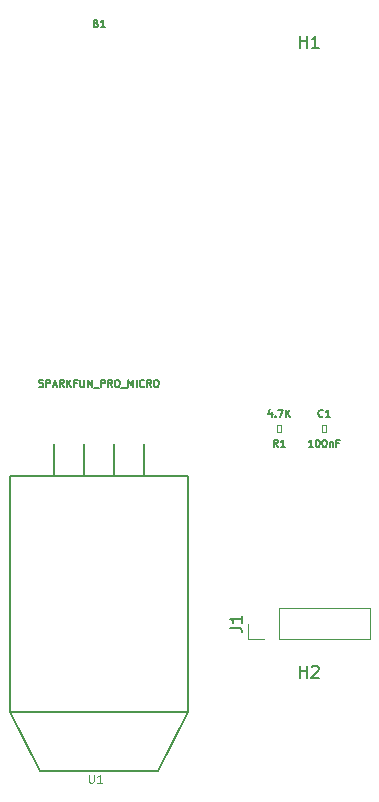
<source format=gbr>
G04 #@! TF.GenerationSoftware,KiCad,Pcbnew,(5.1.6)-1*
G04 #@! TF.CreationDate,2020-06-05T20:48:39-07:00*
G04 #@! TF.ProjectId,USBT,55534254-2e6b-4696-9361-645f70636258,rev?*
G04 #@! TF.SameCoordinates,Original*
G04 #@! TF.FileFunction,Legend,Top*
G04 #@! TF.FilePolarity,Positive*
%FSLAX46Y46*%
G04 Gerber Fmt 4.6, Leading zero omitted, Abs format (unit mm)*
G04 Created by KiCad (PCBNEW (5.1.6)-1) date 2020-06-05 20:48:39*
%MOMM*%
%LPD*%
G01*
G04 APERTURE LIST*
%ADD10C,0.127000*%
%ADD11C,0.066040*%
%ADD12C,0.120000*%
%ADD13C,0.150000*%
%ADD14C,0.015000*%
G04 APERTURE END LIST*
D10*
G04 #@! TO.C,U1*
X68510000Y-93820000D02*
X53410000Y-93820000D01*
X53410000Y-93820000D02*
X53410000Y-73820000D01*
X53410000Y-73820000D02*
X57150000Y-73820000D01*
X57150000Y-73820000D02*
X59690000Y-73820000D01*
X59690000Y-73820000D02*
X62230000Y-73820000D01*
X62230000Y-73820000D02*
X64770000Y-73820000D01*
X64770000Y-73820000D02*
X68510000Y-73820000D01*
X68510000Y-73820000D02*
X68510000Y-93820000D01*
X65960000Y-98820000D02*
X55960000Y-98820000D01*
X68510000Y-93820000D02*
X65960000Y-98820000D01*
X55960000Y-98820000D02*
X53410000Y-93820000D01*
X64770000Y-71120000D02*
X64770000Y-73820000D01*
X62230000Y-71120000D02*
X62230000Y-73820000D01*
X59690000Y-71120000D02*
X59690000Y-73820000D01*
X57150000Y-71120000D02*
X57150000Y-73820000D01*
D11*
G04 #@! TO.C,R1*
X76398120Y-69550280D02*
X76001880Y-69550280D01*
X76001880Y-69550280D02*
X76001880Y-70149720D01*
X76398120Y-70149720D02*
X76001880Y-70149720D01*
X76398120Y-69550280D02*
X76398120Y-70149720D01*
D12*
G04 #@! TO.C,J1*
X83880000Y-87690000D02*
X83880000Y-85030000D01*
X76200000Y-87690000D02*
X83880000Y-87690000D01*
X76200000Y-85030000D02*
X83880000Y-85030000D01*
X76200000Y-87690000D02*
X76200000Y-85030000D01*
X74930000Y-87690000D02*
X73600000Y-87690000D01*
X73600000Y-87690000D02*
X73600000Y-86360000D01*
D11*
G04 #@! TO.C,C1*
X79811880Y-70149720D02*
X80208120Y-70149720D01*
X80208120Y-70149720D02*
X80208120Y-69550280D01*
X79811880Y-69550280D02*
X80208120Y-69550280D01*
X79811880Y-70149720D02*
X79811880Y-69550280D01*
G04 #@! TO.C,H2*
D13*
X77978095Y-90932380D02*
X77978095Y-89932380D01*
X77978095Y-90408571D02*
X78549523Y-90408571D01*
X78549523Y-90932380D02*
X78549523Y-89932380D01*
X78978095Y-90027619D02*
X79025714Y-89980000D01*
X79120952Y-89932380D01*
X79359047Y-89932380D01*
X79454285Y-89980000D01*
X79501904Y-90027619D01*
X79549523Y-90122857D01*
X79549523Y-90218095D01*
X79501904Y-90360952D01*
X78930476Y-90932380D01*
X79549523Y-90932380D01*
G04 #@! TO.C,U1*
D14*
X60108343Y-99135925D02*
X60108343Y-99703137D01*
X60141708Y-99769868D01*
X60175074Y-99803234D01*
X60241804Y-99836599D01*
X60375266Y-99836599D01*
X60441997Y-99803234D01*
X60475362Y-99769868D01*
X60508728Y-99703137D01*
X60508728Y-99135925D01*
X61209402Y-99836599D02*
X60809017Y-99836599D01*
X61009209Y-99836599D02*
X61009209Y-99135925D01*
X60942478Y-99236021D01*
X60875748Y-99302752D01*
X60809017Y-99336118D01*
G04 #@! TO.C,B1*
D10*
X60713257Y-35516457D02*
X60800342Y-35545485D01*
X60829371Y-35574514D01*
X60858400Y-35632571D01*
X60858400Y-35719657D01*
X60829371Y-35777714D01*
X60800342Y-35806742D01*
X60742285Y-35835771D01*
X60510057Y-35835771D01*
X60510057Y-35226171D01*
X60713257Y-35226171D01*
X60771314Y-35255200D01*
X60800342Y-35284228D01*
X60829371Y-35342285D01*
X60829371Y-35400342D01*
X60800342Y-35458400D01*
X60771314Y-35487428D01*
X60713257Y-35516457D01*
X60510057Y-35516457D01*
X61438971Y-35835771D02*
X61090628Y-35835771D01*
X61264800Y-35835771D02*
X61264800Y-35226171D01*
X61206742Y-35313257D01*
X61148685Y-35371314D01*
X61090628Y-35400342D01*
X55894514Y-66286742D02*
X55981600Y-66315771D01*
X56126742Y-66315771D01*
X56184800Y-66286742D01*
X56213828Y-66257714D01*
X56242857Y-66199657D01*
X56242857Y-66141600D01*
X56213828Y-66083542D01*
X56184800Y-66054514D01*
X56126742Y-66025485D01*
X56010628Y-65996457D01*
X55952571Y-65967428D01*
X55923542Y-65938400D01*
X55894514Y-65880342D01*
X55894514Y-65822285D01*
X55923542Y-65764228D01*
X55952571Y-65735200D01*
X56010628Y-65706171D01*
X56155771Y-65706171D01*
X56242857Y-65735200D01*
X56504114Y-66315771D02*
X56504114Y-65706171D01*
X56736342Y-65706171D01*
X56794400Y-65735200D01*
X56823428Y-65764228D01*
X56852457Y-65822285D01*
X56852457Y-65909371D01*
X56823428Y-65967428D01*
X56794400Y-65996457D01*
X56736342Y-66025485D01*
X56504114Y-66025485D01*
X57084685Y-66141600D02*
X57374971Y-66141600D01*
X57026628Y-66315771D02*
X57229828Y-65706171D01*
X57433028Y-66315771D01*
X57984571Y-66315771D02*
X57781371Y-66025485D01*
X57636228Y-66315771D02*
X57636228Y-65706171D01*
X57868457Y-65706171D01*
X57926514Y-65735200D01*
X57955542Y-65764228D01*
X57984571Y-65822285D01*
X57984571Y-65909371D01*
X57955542Y-65967428D01*
X57926514Y-65996457D01*
X57868457Y-66025485D01*
X57636228Y-66025485D01*
X58245828Y-66315771D02*
X58245828Y-65706171D01*
X58594171Y-66315771D02*
X58332914Y-65967428D01*
X58594171Y-65706171D02*
X58245828Y-66054514D01*
X59058628Y-65996457D02*
X58855428Y-65996457D01*
X58855428Y-66315771D02*
X58855428Y-65706171D01*
X59145714Y-65706171D01*
X59377942Y-65706171D02*
X59377942Y-66199657D01*
X59406971Y-66257714D01*
X59436000Y-66286742D01*
X59494057Y-66315771D01*
X59610171Y-66315771D01*
X59668228Y-66286742D01*
X59697257Y-66257714D01*
X59726285Y-66199657D01*
X59726285Y-65706171D01*
X60016571Y-66315771D02*
X60016571Y-65706171D01*
X60364914Y-66315771D01*
X60364914Y-65706171D01*
X60510057Y-66373828D02*
X60974514Y-66373828D01*
X61119657Y-66315771D02*
X61119657Y-65706171D01*
X61351885Y-65706171D01*
X61409942Y-65735200D01*
X61438971Y-65764228D01*
X61468000Y-65822285D01*
X61468000Y-65909371D01*
X61438971Y-65967428D01*
X61409942Y-65996457D01*
X61351885Y-66025485D01*
X61119657Y-66025485D01*
X62077600Y-66315771D02*
X61874400Y-66025485D01*
X61729257Y-66315771D02*
X61729257Y-65706171D01*
X61961485Y-65706171D01*
X62019542Y-65735200D01*
X62048571Y-65764228D01*
X62077600Y-65822285D01*
X62077600Y-65909371D01*
X62048571Y-65967428D01*
X62019542Y-65996457D01*
X61961485Y-66025485D01*
X61729257Y-66025485D01*
X62454971Y-65706171D02*
X62571085Y-65706171D01*
X62629142Y-65735200D01*
X62687200Y-65793257D01*
X62716228Y-65909371D01*
X62716228Y-66112571D01*
X62687200Y-66228685D01*
X62629142Y-66286742D01*
X62571085Y-66315771D01*
X62454971Y-66315771D01*
X62396914Y-66286742D01*
X62338857Y-66228685D01*
X62309828Y-66112571D01*
X62309828Y-65909371D01*
X62338857Y-65793257D01*
X62396914Y-65735200D01*
X62454971Y-65706171D01*
X62832342Y-66373828D02*
X63296800Y-66373828D01*
X63441942Y-66315771D02*
X63441942Y-65706171D01*
X63645142Y-66141600D01*
X63848342Y-65706171D01*
X63848342Y-66315771D01*
X64138628Y-66315771D02*
X64138628Y-65706171D01*
X64777257Y-66257714D02*
X64748228Y-66286742D01*
X64661142Y-66315771D01*
X64603085Y-66315771D01*
X64516000Y-66286742D01*
X64457942Y-66228685D01*
X64428914Y-66170628D01*
X64399885Y-66054514D01*
X64399885Y-65967428D01*
X64428914Y-65851314D01*
X64457942Y-65793257D01*
X64516000Y-65735200D01*
X64603085Y-65706171D01*
X64661142Y-65706171D01*
X64748228Y-65735200D01*
X64777257Y-65764228D01*
X65386857Y-66315771D02*
X65183657Y-66025485D01*
X65038514Y-66315771D02*
X65038514Y-65706171D01*
X65270742Y-65706171D01*
X65328800Y-65735200D01*
X65357828Y-65764228D01*
X65386857Y-65822285D01*
X65386857Y-65909371D01*
X65357828Y-65967428D01*
X65328800Y-65996457D01*
X65270742Y-66025485D01*
X65038514Y-66025485D01*
X65764228Y-65706171D02*
X65880342Y-65706171D01*
X65938400Y-65735200D01*
X65996457Y-65793257D01*
X66025485Y-65909371D01*
X66025485Y-66112571D01*
X65996457Y-66228685D01*
X65938400Y-66286742D01*
X65880342Y-66315771D01*
X65764228Y-66315771D01*
X65706171Y-66286742D01*
X65648114Y-66228685D01*
X65619085Y-66112571D01*
X65619085Y-65909371D01*
X65648114Y-65793257D01*
X65706171Y-65735200D01*
X65764228Y-65706171D01*
G04 #@! TO.C,R1*
X76098400Y-71395771D02*
X75895200Y-71105485D01*
X75750057Y-71395771D02*
X75750057Y-70786171D01*
X75982285Y-70786171D01*
X76040342Y-70815200D01*
X76069371Y-70844228D01*
X76098400Y-70902285D01*
X76098400Y-70989371D01*
X76069371Y-71047428D01*
X76040342Y-71076457D01*
X75982285Y-71105485D01*
X75750057Y-71105485D01*
X76678971Y-71395771D02*
X76330628Y-71395771D01*
X76504800Y-71395771D02*
X76504800Y-70786171D01*
X76446742Y-70873257D01*
X76388685Y-70931314D01*
X76330628Y-70960342D01*
X75575885Y-68449371D02*
X75575885Y-68855771D01*
X75430742Y-68217142D02*
X75285600Y-68652571D01*
X75662971Y-68652571D01*
X75895200Y-68797714D02*
X75924228Y-68826742D01*
X75895200Y-68855771D01*
X75866171Y-68826742D01*
X75895200Y-68797714D01*
X75895200Y-68855771D01*
X76127428Y-68246171D02*
X76533828Y-68246171D01*
X76272571Y-68855771D01*
X76766057Y-68855771D02*
X76766057Y-68246171D01*
X77114400Y-68855771D02*
X76853142Y-68507428D01*
X77114400Y-68246171D02*
X76766057Y-68594514D01*
G04 #@! TO.C,J1*
D13*
X72052380Y-86693333D02*
X72766666Y-86693333D01*
X72909523Y-86740952D01*
X73004761Y-86836190D01*
X73052380Y-86979047D01*
X73052380Y-87074285D01*
X73052380Y-85693333D02*
X73052380Y-86264761D01*
X73052380Y-85979047D02*
X72052380Y-85979047D01*
X72195238Y-86074285D01*
X72290476Y-86169523D01*
X72338095Y-86264761D01*
G04 #@! TO.C,C1*
D10*
X79908400Y-68797714D02*
X79879371Y-68826742D01*
X79792285Y-68855771D01*
X79734228Y-68855771D01*
X79647142Y-68826742D01*
X79589085Y-68768685D01*
X79560057Y-68710628D01*
X79531028Y-68594514D01*
X79531028Y-68507428D01*
X79560057Y-68391314D01*
X79589085Y-68333257D01*
X79647142Y-68275200D01*
X79734228Y-68246171D01*
X79792285Y-68246171D01*
X79879371Y-68275200D01*
X79908400Y-68304228D01*
X80488971Y-68855771D02*
X80140628Y-68855771D01*
X80314800Y-68855771D02*
X80314800Y-68246171D01*
X80256742Y-68333257D01*
X80198685Y-68391314D01*
X80140628Y-68420342D01*
X79066571Y-71395771D02*
X78718228Y-71395771D01*
X78892400Y-71395771D02*
X78892400Y-70786171D01*
X78834342Y-70873257D01*
X78776285Y-70931314D01*
X78718228Y-70960342D01*
X79443942Y-70786171D02*
X79502000Y-70786171D01*
X79560057Y-70815200D01*
X79589085Y-70844228D01*
X79618114Y-70902285D01*
X79647142Y-71018400D01*
X79647142Y-71163542D01*
X79618114Y-71279657D01*
X79589085Y-71337714D01*
X79560057Y-71366742D01*
X79502000Y-71395771D01*
X79443942Y-71395771D01*
X79385885Y-71366742D01*
X79356857Y-71337714D01*
X79327828Y-71279657D01*
X79298800Y-71163542D01*
X79298800Y-71018400D01*
X79327828Y-70902285D01*
X79356857Y-70844228D01*
X79385885Y-70815200D01*
X79443942Y-70786171D01*
X80024514Y-70786171D02*
X80082571Y-70786171D01*
X80140628Y-70815200D01*
X80169657Y-70844228D01*
X80198685Y-70902285D01*
X80227714Y-71018400D01*
X80227714Y-71163542D01*
X80198685Y-71279657D01*
X80169657Y-71337714D01*
X80140628Y-71366742D01*
X80082571Y-71395771D01*
X80024514Y-71395771D01*
X79966457Y-71366742D01*
X79937428Y-71337714D01*
X79908400Y-71279657D01*
X79879371Y-71163542D01*
X79879371Y-71018400D01*
X79908400Y-70902285D01*
X79937428Y-70844228D01*
X79966457Y-70815200D01*
X80024514Y-70786171D01*
X80488971Y-70989371D02*
X80488971Y-71395771D01*
X80488971Y-71047428D02*
X80518000Y-71018400D01*
X80576057Y-70989371D01*
X80663142Y-70989371D01*
X80721200Y-71018400D01*
X80750228Y-71076457D01*
X80750228Y-71395771D01*
X81243714Y-71076457D02*
X81040514Y-71076457D01*
X81040514Y-71395771D02*
X81040514Y-70786171D01*
X81330800Y-70786171D01*
G04 #@! TO.C,H1*
D13*
X77978095Y-37592380D02*
X77978095Y-36592380D01*
X77978095Y-37068571D02*
X78549523Y-37068571D01*
X78549523Y-37592380D02*
X78549523Y-36592380D01*
X79549523Y-37592380D02*
X78978095Y-37592380D01*
X79263809Y-37592380D02*
X79263809Y-36592380D01*
X79168571Y-36735238D01*
X79073333Y-36830476D01*
X78978095Y-36878095D01*
G04 #@! TD*
M02*

</source>
